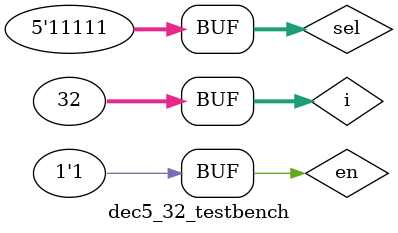
<source format=sv>
module dec5_32(out, sel, en);
	input logic en;
	input logic [4:0] sel;
	output logic [31:0] out;
	logic [1:0] v;
	
	dec1_2 d0 (.out0(v[0]), .out1(v[1]), .sel(sel[4]), .en);
	dec4_16 d1 (.out(out[31:16]), .sel(sel[3:0]), .en(v[1]));
	dec4_16 d2 (.out(out[15:0]), .sel(sel[3:0]), .en(v[0]));
endmodule

module dec5_32_testbench();
	logic [4:0] sel;
	logic [31:0] out;
	logic en;
	
	dec5_32 dut (.out, .sel, .en);
	
	integer i;
	initial begin
		en=0;
		for (i=0; i<32; i++) begin
			sel = i; #10;
		end
		en=1;
		for (i=0; i<32; i++) begin
			sel = i; #10;
		end
	end
endmodule
</source>
